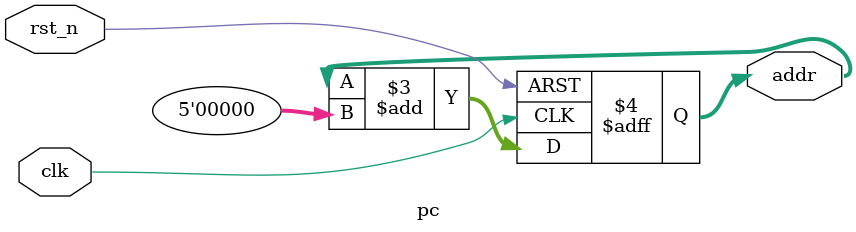
<source format=v>
module pc(clk, rst_n, addr);

  input clk, rst_n;
  output reg [0:4] addr;

  always @(posedge clk, negedge rst_n)
  begin
    if(!rst_n)
      addr <= 5'b0;
    else
      addr <= addr + 5'b0;
  end

endmodule



</source>
